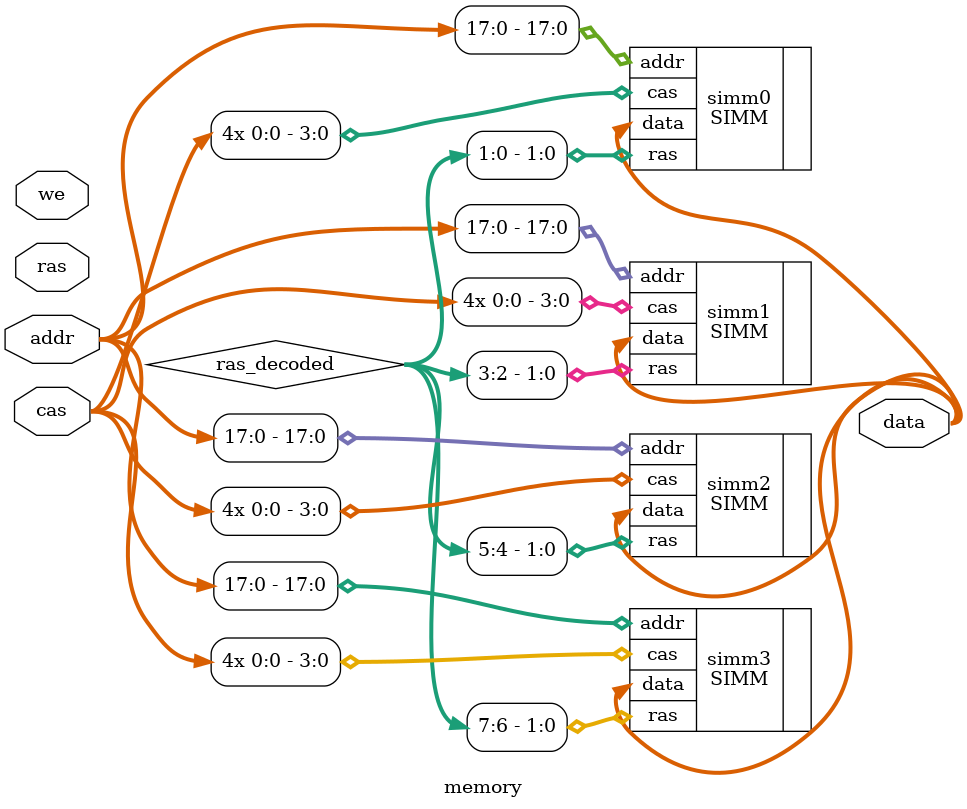
<source format=v>
module memory(cas,ras,we,addr,data);

input cas;
input ras;
input we;  
input [20:0] addr;
output[15:0] data;

wire [7:0] ras_decoded;

SIMM simm0(
           .addr(addr[17:0]),
           .cas({cas, cas, cas, cas}),
           .ras(ras_decoded[1:0]),
           .data(data)
           );

SIMM simm1(
           .addr(addr[17:0]),
           .cas({cas, cas, cas, cas}),
           .ras(ras_decoded[3:2]),
           .data(data)
           );

SIMM simm2(
           .addr(addr[17:0]),
           .cas({cas, cas, cas, cas}),
           .ras(ras_decoded[5:4]),
           .data(data)
           );


SIMM simm3(
           .addr(addr[17:0]),
           .cas({cas, cas, cas, cas}),
           .ras(ras_decoded[7:6]),
           .data(data)
           );

endmodule
</source>
